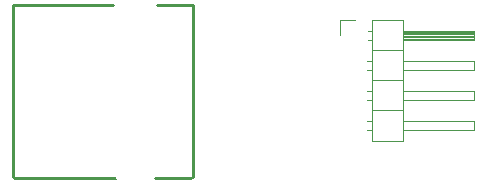
<source format=gto>
G04 #@! TF.GenerationSoftware,KiCad,Pcbnew,8.0.4*
G04 #@! TF.CreationDate,2024-08-15T12:45:58+02:00*
G04 #@! TF.ProjectId,usb A,75736220-412e-46b6-9963-61645f706362,rev?*
G04 #@! TF.SameCoordinates,Original*
G04 #@! TF.FileFunction,Legend,Top*
G04 #@! TF.FilePolarity,Positive*
%FSLAX46Y46*%
G04 Gerber Fmt 4.6, Leading zero omitted, Abs format (unit mm)*
G04 Created by KiCad (PCBNEW 8.0.4) date 2024-08-15 12:45:58*
%MOMM*%
%LPD*%
G01*
G04 APERTURE LIST*
%ADD10C,0.250000*%
%ADD11C,0.120000*%
%ADD12C,1.500000*%
%ADD13C,3.500000*%
%ADD14R,1.700000X1.700000*%
%ADD15O,1.700000X1.700000*%
G04 APERTURE END LIST*
D10*
G04 #@! TO.C,USB1*
X63950000Y-66750000D02*
X63950000Y-81250000D01*
X72430000Y-66750000D02*
X64010000Y-66750000D01*
X72650000Y-81370000D02*
X64010000Y-81370000D01*
X79000000Y-81370000D02*
X75980000Y-81370000D01*
X79200000Y-66750000D02*
X76150000Y-66750000D01*
X79200000Y-81250000D02*
X79200000Y-66750000D01*
D11*
G04 #@! TO.C,J1*
X91605000Y-68015000D02*
X92875000Y-68015000D01*
X91605000Y-69285000D02*
X91605000Y-68015000D01*
X93917929Y-71445000D02*
X94315000Y-71445000D01*
X93917929Y-72205000D02*
X94315000Y-72205000D01*
X93917929Y-73985000D02*
X94315000Y-73985000D01*
X93917929Y-74745000D02*
X94315000Y-74745000D01*
X93917929Y-76525000D02*
X94315000Y-76525000D01*
X93917929Y-77285000D02*
X94315000Y-77285000D01*
X93985000Y-68905000D02*
X94315000Y-68905000D01*
X93985000Y-69665000D02*
X94315000Y-69665000D01*
X94315000Y-67955000D02*
X94315000Y-78235000D01*
X94315000Y-70555000D02*
X96975000Y-70555000D01*
X94315000Y-73095000D02*
X96975000Y-73095000D01*
X94315000Y-75635000D02*
X96975000Y-75635000D01*
X94315000Y-78235000D02*
X96975000Y-78235000D01*
X96975000Y-67955000D02*
X94315000Y-67955000D01*
X96975000Y-68905000D02*
X102975000Y-68905000D01*
X96975000Y-68965000D02*
X102975000Y-68965000D01*
X96975000Y-69085000D02*
X102975000Y-69085000D01*
X96975000Y-69205000D02*
X102975000Y-69205000D01*
X96975000Y-69325000D02*
X102975000Y-69325000D01*
X96975000Y-69445000D02*
X102975000Y-69445000D01*
X96975000Y-69565000D02*
X102975000Y-69565000D01*
X96975000Y-71445000D02*
X102975000Y-71445000D01*
X96975000Y-73985000D02*
X102975000Y-73985000D01*
X96975000Y-76525000D02*
X102975000Y-76525000D01*
X96975000Y-78235000D02*
X96975000Y-67955000D01*
X102975000Y-68905000D02*
X102975000Y-69665000D01*
X102975000Y-69665000D02*
X96975000Y-69665000D01*
X102975000Y-71445000D02*
X102975000Y-72205000D01*
X102975000Y-72205000D02*
X96975000Y-72205000D01*
X102975000Y-73985000D02*
X102975000Y-74745000D01*
X102975000Y-74745000D02*
X96975000Y-74745000D01*
X102975000Y-76525000D02*
X102975000Y-77285000D01*
X102975000Y-77285000D02*
X96975000Y-77285000D01*
G04 #@! TD*
%LPC*%
D12*
G04 #@! TO.C,USB1*
X77000000Y-70500000D03*
X77000000Y-73000000D03*
X77000000Y-75000000D03*
X77000000Y-77500000D03*
D13*
X74290000Y-80570000D03*
X74290000Y-67430000D03*
X69300000Y-74000000D03*
G04 #@! TD*
D14*
G04 #@! TO.C,J1*
X92875000Y-69285000D03*
D15*
X92875000Y-71825000D03*
X92875000Y-74365000D03*
X92875000Y-76905000D03*
G04 #@! TD*
%LPD*%
M02*

</source>
